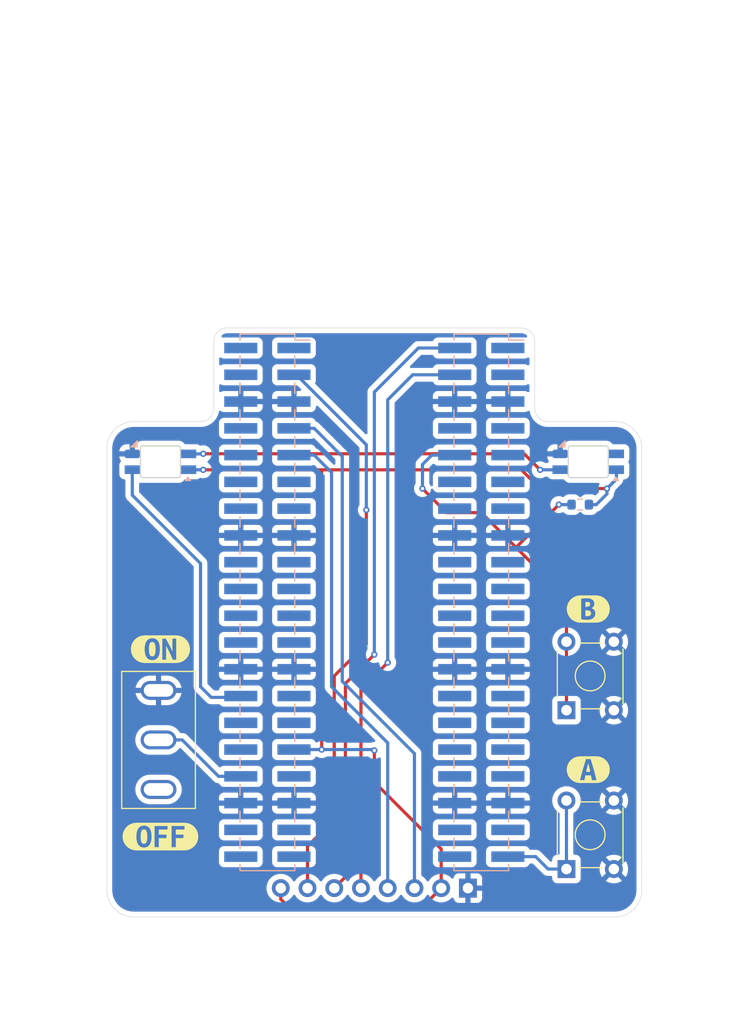
<source format=kicad_pcb>
(kicad_pcb (version 20240108) (generator "pcbnew") (generator_version "8.0")
  (layers (0 "F.Cu" signal) (31 "B.Cu" signal) (34 "B.Paste" user) (35 "F.Paste" user) (36 "B.SilkS" user "B.Silkscreen") (37 "F.SilkS" user "F.Silkscreen") (38 "B.Mask" user) (39 "F.Mask" user) (44 "Edge.Cuts" user))
  (net 0 "")
  (net 16 "/~VIN_EN")
  (net 17 "/CS")
  (net 35 "/NEOPIXEL")
  (net 36 "/RESET")
  (net 37 "Net-(D1-DOUT)")
  (net 43 "/MOSI")
  (net 49 "/BUT_A")
  (net 55 "/MISO")
  (net 59 "/SCK")
  (net 61 "/D{slash}C")
  (net 62 "/BUT_B")
  (net 65 "GND")
  (net 66 "+3.3V")
  (footprint "kibuzzard-67F03336" (layer "F.Cu") (at 172.72 115.57)
    (property "Reference" "kibuzzard-67F03336" (hide yes))
    (property "Value" "G***" (hide yes))
    (fp_poly (pts (xy -0.003231 -0.612278) (xy -0.063005 -0.397415) (xy -0.114701 -0.197092) (xy -0.159935 0.001616) (xy -0.200323 0.208401) (xy 0.19063 0.208401) (xy 0.151858 0.001616) (xy 0.108239 -0.197092) (xy 0.056543 -0.397415) (xy -0.003231 -0.612278)) (fill solid) (layer "F.SilkS"))
    (fp_poly (pts (xy -0.778675 -1.269251) (xy -0.778945 -1.269251) (xy -1.026563 -1.244863) (xy -1.264666 -1.172635) (xy -1.484103 -1.055344) (xy -1.676441 -0.897496) (xy -1.834289 -0.705158) (xy -1.95158 -0.485722) (xy -2.023808 -0.247619) (xy -2.048196 0) (xy -2.023808 0.247619) (xy -1.95158 0.485722) (xy -1.834289 0.705158) (xy -1.676441 0.897496) (xy -1.484103 1.055344) (xy -1.264666 1.172635) (xy -1.026563 1.244863) (xy -0.778945 1.269251) (xy -0.778675 1.269251) (xy 0.352181 1.269251) (xy 0.352181 1) (xy 0.258481 0.537964) (xy -0.274637 0.537964) (xy -0.365105 1) (xy -0.778675 1) (xy -0.72168 0.76769) (xy -0.664427 0.54378) (xy -0.606914 0.328271) (xy -0.549144 0.121163) (xy -0.491115 -0.077544) (xy -0.419023 -0.317548) (xy -0.348142 -0.551292) (xy -0.278473 -0.778776) (xy -0.210016 -1) (xy 0.22294 -1) (xy 0.293922 -0.776959) (xy 0.364701 -0.547254) (xy 0.435279 -0.310884) (xy 0.505654 -0.067851) (xy 0.561551 0.132536) (xy 0.616801 0.339515) (xy 0.671405 0.553086) (xy 0.725363 0.773247) (xy 0.778675 1) (xy 0.352181 1) (xy 0.352181 1.269251) (xy 0.778675 1.269251) (xy 0.778945 1.269251) (xy 1.026563 1.244863) (xy 1.264666 1.172635) (xy 1.484103 1.055344) (xy 1.676441 0.897496) (xy 1.834289 0.705158) (xy 1.95158 0.485722) (xy 2.023808 0.247619) (xy 2.048196 0) (xy 2.023808 -0.247619) (xy 1.95158 -0.485722) (xy 1.834289 -0.705158) (xy 1.676441 -0.897496) (xy 1.484103 -1.055344) (xy 1.264666 -1.172635) (xy 1.026563 -1.244863) (xy 0.778945 -1.269251) (xy 0.778675 -1.269251) (xy -0.778675 -1.269251)) (fill solid) (layer "F.SilkS"))
  )
  (footprint "Button_Switch_THT:SW_TH_Tactile_Omron_B3F-10xx" (layer "F.Cu") (at 170.65 109.93 90)
    (property "Reference" "SW2" (hide yes))
    (property "Value" "SW_SPST" (hide yes))
    (fp_line (start 1.2 -0.87) (end 5.6 -0.87) (stroke (width 0.12)) (layer "F.SilkS"))
    (fp_line (start 6.37 1.2) (end 6.37 3.4) (stroke (width 0.12)) (layer "F.SilkS"))
    (fp_line (start 0.13 3.4) (end 0.13 1.2) (stroke (width 0.12)) (layer "F.SilkS"))
    (fp_line (start 0.6 5.37) (end 5.8 5.37) (stroke (width 0.12)) (layer "F.SilkS"))
    (fp_circle (center 3.25 2.25) (end 4.25 3.25) (stroke (width 0.12)) (fill none) (layer "F.SilkS"))
    (pad "1" thru_hole rect (at 0 0 90) (size 1.7 1.7) (drill 1) (layers "*.Cu" "*.Mask") (net 62 "/BUT_B"))
    (pad "1" thru_hole circle (at 6.5 0 90) (size 1.7 1.7) (drill 1) (layers "*.Cu" "*.Mask") (net 62 "/BUT_B"))
    (pad "2" thru_hole circle (at 0 4.5 90) (size 1.7 1.7) (drill 1) (layers "*.Cu" "*.Mask") (net 65 "GND"))
    (pad "2" thru_hole circle (at 6.5 4.5 90) (size 1.7 1.7) (drill 1) (layers "*.Cu" "*.Mask") (net 65 "GND"))
  )
  (footprint "kibuzzard-67F03342" (layer "F.Cu") (at 172.72 100.33)
    (property "Reference" "kibuzzard-67F03342" (hide yes))
    (property "Value" "G***" (hide yes))
    (fp_poly (pts (xy -0.273021 0.122779) (xy -0.273021 0.66559) (xy -0.180937 0.675283) (xy -0.082391 0.678514) (xy 0.050081 0.667205) (xy 0.164782 0.625202) (xy 0.247173 0.537964) (xy 0.279483 0.394184) (xy 0.187399 0.185784) (xy -0.059774 0.122779) (xy -0.273021 0.122779)) (fill solid) (layer "F.SilkS"))
    (fp_poly (pts (xy -0.117932 -0.206785) (xy 0.11147 -0.273021) (xy 0.189015 -0.455574) (xy 0.166397 -0.570275) (xy 0.105008 -0.638126) (xy 0.01454 -0.670436) (xy -0.092084 -0.678514) (xy -0.185784 -0.675283) (xy -0.273021 -0.66559) (xy -0.273021 -0.206785) (xy -0.117932 -0.206785)) (fill solid) (layer "F.SilkS"))
    (fp_poly (pts (xy -0.749731 -1.293484) (xy -0.75 -1.293484) (xy -1.002346 -1.26863) (xy -1.244995 -1.195023) (xy -1.468621 -1.075493) (xy -1.664631 -0.914631) (xy -1.825493 -0.718621) (xy -1.945023 -0.494995) (xy -2.01863 -0.252346) (xy -2.043484 0) (xy -2.01863 0.252346) (xy -1.945023 0.494995) (xy -1.825493 0.718621) (xy -1.664631 0.914631) (xy -1.468621 1.075493) (xy -1.244995 1.195023) (xy -1.002346 1.26863) (xy -0.75 1.293484) (xy -0.749731 1.293484) (xy -0.114701 1.293484) (xy -0.114701 1.024233) (xy -0.249596 1.020598) (xy -0.389338 1.009693) (xy -0.530695 0.991519) (xy -0.670436 0.966074) (xy -0.670436 -0.975767) (xy -0.421648 -1.009693) (xy -0.153473 -1.024233) (xy 0.051696 -1.01252) (xy 0.214863 -0.977383) (xy 0.437803 -0.854604) (xy 0.547658 -0.684976) (xy 0.576737 -0.497577) (xy 0.55937 -0.363489) (xy 0.50727 -0.245557) (xy 0.321486 -0.071082) (xy 0.492326 0.016155) (xy 0.597738 0.129241) (xy 0.652262 0.258481) (xy 0.670436 0.394184) (xy 0.655089 0.560178) (xy 0.609047 0.696284) (xy 0.442649 0.890145) (xy 0.327948 0.952342) (xy 0.193861 0.993538) (xy 0.04483 1.016559) (xy -0.114701 1.024233) (xy -0.114701 1.293484) (xy 0.749731 1.293484) (xy 0.75 1.293484) (xy 1.002346 1.26863) (xy 1.244995 1.195023) (xy 1.468621 1.075493) (xy 1.664631 0.914631) (xy 1.825493 0.718621) (xy 1.945023 0.494995) (xy 2.01863 0.252346) (xy 2.043484 0) (xy 2.01863 -0.252346) (xy 1.945023 -0.494995) (xy 1.825493 -0.718621) (xy 1.664631 -0.914631) (xy 1.468621 -1.075493) (xy 1.244995 -1.195023) (xy 1.002346 -1.26863) (xy 0.75 -1.293484) (xy 0.749731 -1.293484) (xy -0.749731 -1.293484)) (fill solid) (layer "F.SilkS"))
  )
  (footprint "kibuzzard-67F0329B" (layer "F.Cu") (at 132.08 121.92)
    (property "Reference" "kibuzzard-67F0329B" (hide yes))
    (property "Value" "G***" (hide yes))
    (fp_poly (pts (xy -1.882068 0) (xy -1.879241 0.140953) (xy -1.870759 0.273021) (xy -1.825525 0.494346) (xy -1.73021 0.642973) (xy -1.565428 0.6979) (xy -1.402262 0.642973) (xy -1.305331 0.49273) (xy -1.260097 0.271405) (xy -1.251616 0.140549) (xy -1.248788 0) (xy -1.251616 -0.140953) (xy -1.260097 -0.273021) (xy -1.305331 -0.494346) (xy -1.400646 -0.642973) (xy -1.565428 -0.6979) (xy -1.73021 -0.642973) (xy -1.825525 -0.49273) (xy -1.870759 -0.271405) (xy -1.879241 -0.140549) (xy -1.882068 0)) (fill solid) (layer "F.SilkS"))
    (fp_poly (pts (xy -2.285945 -1.31287) (xy -2.286214 -1.31287) (xy -2.542343 -1.287644) (xy -2.788628 -1.212934) (xy -3.015606 -1.091612) (xy -3.214554 -0.928339) (xy -3.377826 -0.729392) (xy -3.499148 -0.502414) (xy -3.573858 -0.256128) (xy -3.599085 0) (xy -3.573858 0.256128) (xy -3.499148 0.502414) (xy -3.377826 0.729392) (xy -3.214554 0.928339) (xy -3.015606 1.091612) (xy -2.788628 1.212934) (xy -2.542343 1.287644) (xy -2.286214 1.31287) (xy -2.285945 1.31287) (xy -1.562197 1.31287) (xy -1.562197 1.043619) (xy -1.778496 1.01436) (xy -1.957817 0.926584) (xy -2.100162 0.780291) (xy -2.181442 0.632775) (xy -2.239499 0.453554) (xy -2.274334 0.242629) (xy -2.285945 0) (xy -2.274031 -0.242629) (xy -2.238288 -0.453554) (xy -2.178716 -0.632775) (xy -2.095315 -0.780291) (xy -1.951714 -0.926584) (xy -1.775085 -1.01436) (xy -1.565428 -1.043619) (xy -1.349309 -1.01436) (xy -1.170526 -0.926584) (xy -1.029079 -0.780291) (xy -0.948506 -0.632775) (xy -0.890953 -0.453554) (xy -0.856422 -0.242629) (xy -0.844911 0) (xy -0.856624 0.242629) (xy -0.891761 0.453554) (xy -0.950323 0.632775) (xy -1.03231 0.780291) (xy -1.174475 0.926584) (xy -1.351104 1.01436) (xy -1.562197 1.043619) (xy -1.562197 1.31287) (xy -0.55412 1.31287) (xy -0.55412 1.001616) (xy -0.55412 -0.998384) (xy 0.670436 -0.998384) (xy 0.670436 -0.668821) (xy -0.156704 -0.668821) (xy -0.156704 -0.184168) (xy 0.567044 -0.184168) (xy 0.567044 0.145396) (xy -0.156704 0.145396) (xy -0.156704 1.001616) (xy -0.55412 1.001616) (xy -0.55412 1.31287) (xy 1.061389 1.31287) (xy 1.061389 1.001616) (xy 1.061389 -0.998384) (xy 2.285945 -0.998384) (xy 2.285945 -0.668821) (xy 1.458805 -0.668821) (xy 1.458805 -0.184168) (xy 2.182553 -0.184168) (xy 2.182553 0.145396) (xy 1.458805 0.145396) (xy 1.458805 1.001616) (xy 1.061389 1.001616) (xy 1.061389 1.31287) (xy 2.285945 1.31287) (xy 2.286214 1.31287) (xy 2.542343 1.287644) (xy 2.788628 1.212934) (xy 3.015606 1.091612) (xy 3.214554 0.928339) (xy 3.377826 0.729392) (xy 3.499148 0.502414) (xy 3.573858 0.256128) (xy 3.599085 0) (xy 3.573858 -0.256128) (xy 3.499148 -0.502414) (xy 3.377826 -0.729392) (xy 3.214554 -0.928339) (xy 3.015606 -1.091612) (xy 2.788628 -1.212934) (xy 2.542343 -1.287644) (xy 2.286214 -1.31287) (xy 2.285945 -1.31287) (xy -2.285945 -1.31287)) (fill solid) (layer "F.SilkS"))
  )
  (footprint "shurik-personal:TFT_135x240_1_14in" (layer "F.Cu") (at 152.4 128.25 180)
    (property "Reference" "U1" (hide yes))
    (property "Value" "ST7789-TFT" (hide yes))
    (pad "1" thru_hole rect (at -8.89 1.44 180) (size 1.7 1.8) (drill 1) (layers "*.Cu" "*.Mask") (net 65 "GND"))
    (pad "2" thru_hole circle (at -6.35 1.44 180) (size 1.7 1.7) (drill 1) (layers "*.Cu" "*.Mask") (net 66 "+3.3V"))
    (pad "3" thru_hole circle (at -3.81 1.44 180) (size 1.7 1.7) (drill 1) (layers "*.Cu" "*.Mask") (net 59 "/SCK"))
    (pad "4" thru_hole circle (at -1.27 1.44 180) (size 1.7 1.7) (drill 1) (layers "*.Cu" "*.Mask") (net 43 "/MOSI"))
    (pad "5" thru_hole circle (at 1.27 1.44 180) (size 1.7 1.7) (drill 1) (layers "*.Cu" "*.Mask") (net 36 "/RESET"))
    (pad "6" thru_hole circle (at 3.81 1.44 180) (size 1.7 1.7) (drill 1) (layers "*.Cu" "*.Mask") (net 61 "/D{slash}C"))
    (pad "7" thru_hole circle (at 6.35 1.44 180) (size 1.7 1.7) (drill 1) (layers "*.Cu" "*.Mask") (net 17 "/CS"))
    (pad "8" thru_hole circle (at 8.89 1.44 180) (size 1.7 1.7) (drill 1) (layers "*.Cu" "*.Mask") (net 66 "+3.3V"))
  )
  (footprint "Button_Switch_THT:SW_TH_Tactile_Omron_B3F-10xx" (layer "F.Cu") (at 170.65 125 90)
    (property "Reference" "SW1" (hide yes))
    (property "Value" "SW_SPST" (hide yes))
    (fp_line (start 1.2 -0.87) (end 5.6 -0.87) (stroke (width 0.12)) (layer "F.SilkS"))
    (fp_line (start 6.37 1.2) (end 6.37 3.4) (stroke (width 0.12)) (layer "F.SilkS"))
    (fp_line (start 0.13 3.4) (end 0.13 1.2) (stroke (width 0.12)) (layer "F.SilkS"))
    (fp_line (start 0.6 5.37) (end 5.8 5.37) (stroke (width 0.12)) (layer "F.SilkS"))
    (fp_circle (center 3.25 2.25) (end 4.25 3.25) (stroke (width 0.12)) (fill none) (layer "F.SilkS"))
    (pad "1" thru_hole rect (at 0 0 90) (size 1.7 1.7) (drill 1) (layers "*.Cu" "*.Mask") (net 49 "/BUT_A"))
    (pad "1" thru_hole circle (at 6.5 0 90) (size 1.7 1.7) (drill 1) (layers "*.Cu" "*.Mask") (net 49 "/BUT_A"))
    (pad "2" thru_hole circle (at 0 4.5 90) (size 1.7 1.7) (drill 1) (layers "*.Cu" "*.Mask") (net 65 "GND"))
    (pad "2" thru_hole circle (at 6.5 4.5 90) (size 1.7 1.7) (drill 1) (layers "*.Cu" "*.Mask") (net 65 "GND"))
  )
  (footprint "kibuzzard-67F032A5" (layer "F.Cu") (at 132.08 104.14)
    (property "Reference" "kibuzzard-67F032A5" (hide yes))
    (property "Value" "G***" (hide yes))
    (fp_poly (pts (xy -1.0937 0) (xy -1.090872 0.140953) (xy -1.082391 0.273021) (xy -1.037157 0.494346) (xy -0.941842 0.642973) (xy -0.77706 0.6979) (xy -0.613893 0.642973) (xy -0.516963 0.49273) (xy -0.471729 0.271405) (xy -0.463247 0.140549) (xy -0.46042 0) (xy -0.463247 -0.140953) (xy -0.471729 -0.273021) (xy -0.516963 -0.494346) (xy -0.612278 -0.642973) (xy -0.77706 -0.6979) (xy -0.941842 -0.642973) (xy -1.037157 -0.49273) (xy -1.082391 -0.271405) (xy -1.090872 -0.140549) (xy -1.0937 0)) (fill solid) (layer "F.SilkS"))
    (fp_poly (pts (xy -1.497577 -1.31287) (xy -1.497846 -1.31287) (xy -1.753974 -1.287644) (xy -2.00026 -1.212934) (xy -2.227238 -1.091612) (xy -2.426185 -0.928339) (xy -2.589458 -0.729392) (xy -2.71078 -0.502414) (xy -2.78549 -0.256128) (xy -2.810716 0) (xy -2.78549 0.256128) (xy -2.71078 0.502414) (xy -2.589458 0.729392) (xy -2.426185 0.928339) (xy -2.227238 1.091612) (xy -2.00026 1.212934) (xy -1.753974 1.287644) (xy -1.497846 1.31287) (xy -1.497577 1.31287) (xy -0.773829 1.31287) (xy -0.773829 1.043619) (xy -0.990127 1.01436) (xy -1.169449 0.926584) (xy -1.311793 0.780291) (xy -1.393074 0.632775) (xy -1.451131 0.453554) (xy -1.485965 0.242629) (xy -1.497577 0) (xy -1.485662 -0.242629) (xy -1.449919 -0.453554) (xy -1.390347 -0.632775) (xy -1.306947 -0.780291) (xy -1.163346 -0.926584) (xy -0.986717 -1.01436) (xy -0.77706 -1.043619) (xy -0.560941 -1.01436) (xy -0.382158 -0.926584) (xy -0.240711 -0.780291) (xy -0.160137 -0.632775) (xy -0.102585 -0.453554) (xy -0.068053 -0.242629) (xy -0.056543 0) (xy -0.068255 0.242629) (xy -0.103393 0.453554) (xy -0.161955 0.632775) (xy -0.243942 0.780291) (xy -0.386107 0.926584) (xy -0.562736 1.01436) (xy -0.773829 1.043619) (xy -0.773829 1.31287) (xy 1.177706 1.31287) (xy 1.177706 1.001616) (xy 1.084545 0.779932) (xy 0.985999 0.558607) (xy 0.882068 0.337641) (xy 0.772752 0.116676) (xy 0.658051 -0.104649) (xy 0.537964 -0.326333) (xy 0.537964 1.001616) (xy 0.179321 1.001616) (xy 0.179321 -0.998384) (xy 0.499192 -0.998384) (xy 0.589661 -0.850162) (xy 0.680129 -0.689822) (xy 0.769386 -0.523829) (xy 0.85622 -0.358643) (xy 0.938611 -0.196284) (xy 1.01454 -0.038772) (xy 1.081987 0.106624) (xy 1.138934 0.232633) (xy 1.138934 -0.998384) (xy 1.497577 -0.998384) (xy 1.497577 1.001616) (xy 1.177706 1.001616) (xy 1.177706 1.31287) (xy 1.497577 1.31287) (xy 1.497846 1.31287) (xy 1.753974 1.287644) (xy 2.00026 1.212934) (xy 2.227238 1.091612) (xy 2.426185 0.928339) (xy 2.589458 0.729392) (xy 2.71078 0.502414) (xy 2.78549 0.256128) (xy 2.810716 0) (xy 2.78549 -0.256128) (xy 2.71078 -0.502414) (xy 2.589458 -0.729392) (xy 2.426185 -0.928339) (xy 2.227238 -1.091612) (xy 2.00026 -1.212934) (xy 1.753974 -1.287644) (xy 1.497846 -1.31287) (xy 1.497577 -1.31287) (xy -1.497577 -1.31287)) (fill solid) (layer "F.SilkS"))
  )
  (footprint "shurik-personal:SW_XKB_SS12D10L3" (layer "F.Cu") (at 131.9 112.75 90)
    (property "Reference" "SW3" (hide yes))
    (property "Value" "SW_SPDT" (hide yes))
    (fp_line (start 6.5 -3.5) (end 6.5 3.5) (stroke (width 0.12)) (layer "F.SilkS"))
    (fp_line (start -6.5 -3.5) (end 6.5 -3.5) (stroke (width 0.12)) (layer "F.SilkS"))
    (fp_line (start 6.5 3.5) (end -6.5 3.5) (stroke (width 0.12)) (layer "F.SilkS"))
    (fp_line (start -6.5 3.5) (end -6.5 -3.5) (stroke (width 0.12)) (layer "F.SilkS"))
    (pad "1" thru_hole oval (at -4.7 0 90) (size 1.8 3.4) (drill oval 1.2 2.8) (layers "*.Cu" "*.Mask"))
    (pad "2" thru_hole oval (at 0 0 90) (size 1.8 3.4) (drill oval 1.2 2.8) (layers "*.Cu" "*.Mask") (net 16 "/~VIN_EN"))
    (pad "3" thru_hole oval (at 4.7 0 90) (size 1.8 3.4) (drill oval 1.2 2.8) (layers "*.Cu" "*.Mask") (net 65 "GND"))
  )
  (footprint "shurik-personal:SK6812-MINI-E" (layer "B.Cu") (at 132.08 86.36 180)
    (property "Reference" "D1" (hide yes))
    (property "Value" "SK6812MINI-E" (hide yes))
    (fp_poly (pts (xy 2.8 1.4) (xy 2.2 1.4) (xy 2.2 2)) (stroke (width 0.1)) (fill solid) (layer "B.SilkS"))
    (fp_poly (pts (xy -2.62 -1.448) (xy -2.38 -1.778) (xy -2.86 -1.778) (xy -2.62 -1.448)) (stroke (width 0.12)) (fill solid) (layer "B.SilkS"))
    (fp_line (start 1.9 -1.3) (end 1.9 1.3) (stroke (width 0.12)) (layer "Edge.Cuts"))
    (fp_line (start 1.7 1.5) (end -1.7 1.5) (stroke (width 0.12)) (layer "Edge.Cuts"))
    (fp_line (start -1.7 -1.5) (end 1.7 -1.5) (stroke (width 0.12)) (layer "Edge.Cuts"))
    (fp_line (start -1.9 1.3) (end -1.9 -1.3) (stroke (width 0.12)) (layer "Edge.Cuts"))
    (fp_arc (start 1.9 1.3) (mid 1.841421 1.441421) (end 1.7 1.5) (stroke (width 0.12)) (layer "Edge.Cuts"))
    (fp_arc (start 1.7 -1.5) (mid 1.841421 -1.441421) (end 1.9 -1.3) (stroke (width 0.12)) (layer "Edge.Cuts"))
    (fp_arc (start -1.7 1.5) (mid -1.841421 1.441421) (end -1.9 1.3) (stroke (width 0.12)) (layer "Edge.Cuts"))
    (fp_arc (start -1.9 -1.3) (mid -1.841421 -1.441421) (end -1.7 -1.5) (stroke (width 0.12)) (layer "Edge.Cuts"))
    (pad "1" smd rect (at -2.675 -0.75 180) (size 1.45 0.82) (layers "B.Cu" "B.Paste" "B.Mask") (net 66 "+3.3V"))
    (pad "2" smd rect (at -2.675 0.75 180) (size 1.45 0.82) (layers "B.Cu" "B.Paste" "B.Mask") (net 37 "Net-(D1-DOUT)"))
    (pad "3" smd roundrect (at 2.675 0.75 180) (size 1.45 0.82) (layers "B.Cu" "B.Paste" "B.Mask") (net 65 "GND"))
    (pad "4" smd rect (at 2.675 -0.75 180) (size 1.45 0.82) (layers "B.Cu" "B.Paste" "B.Mask") (net 35 "/NEOPIXEL"))
  )
  (footprint "Resistor_SMD:R_0603_1608Metric" (layer "B.Cu") (at 171.958 90.424 180)
    (property "Reference" "R1" (hide yes))
    (property "Value" "33k" (hide yes))
    (fp_line (start 0.237258 0.5225) (end -0.237258 0.5225) (stroke (width 0.12)) (layer "B.SilkS"))
    (fp_line (start 0.237258 -0.5225) (end -0.237258 -0.5225) (stroke (width 0.12)) (layer "B.SilkS"))
    (pad "1" smd roundrect (at -0.825 0 180) (size 0.8 0.95) (layers "B.Cu" "B.Paste" "B.Mask") (net 66 "+3.3V"))
    (pad "2" smd roundrect (at 0.825 0 180) (size 0.8 0.95) (layers "B.Cu" "B.Paste" "B.Mask") (net 62 "/BUT_B"))
  )
  (footprint "shurik-personal:SK6812-MINI-E" (layer "B.Cu") (at 172.72 86.36 180)
    (property "Reference" "D2" (hide yes))
    (property "Value" "SK6812MINI-E" (hide yes))
    (fp_poly (pts (xy 2.8 1.4) (xy 2.2 1.4) (xy 2.2 2)) (stroke (width 0.1)) (fill solid) (layer "B.SilkS"))
    (fp_poly (pts (xy -2.62 -1.448) (xy -2.38 -1.778) (xy -2.86 -1.778) (xy -2.62 -1.448)) (stroke (width 0.12)) (fill solid) (layer "B.SilkS"))
    (fp_line (start 1.9 -1.3) (end 1.9 1.3) (stroke (width 0.12)) (layer "Edge.Cuts"))
    (fp_line (start 1.7 1.5) (end -1.7 1.5) (stroke (width 0.12)) (layer "Edge.Cuts"))
    (fp_line (start -1.7 -1.5) (end 1.7 -1.5) (stroke (width 0.12)) (layer "Edge.Cuts"))
    (fp_line (start -1.9 1.3) (end -1.9 -1.3) (stroke (width 0.12)) (layer "Edge.Cuts"))
    (fp_arc (start 1.9 1.3) (mid 1.841421 1.441421) (end 1.7 1.5) (stroke (width 0.12)) (layer "Edge.Cuts"))
    (fp_arc (start 1.7 -1.5) (mid 1.841421 -1.441421) (end 1.9 -1.3) (stroke (width 0.12)) (layer "Edge.Cuts"))
    (fp_arc (start -1.7 1.5) (mid -1.841421 1.441421) (end -1.9 1.3) (stroke (width 0.12)) (layer "Edge.Cuts"))
    (fp_arc (start -1.9 -1.3) (mid -1.841421 -1.441421) (end -1.7 -1.5) (stroke (width 0.12)) (layer "Edge.Cuts"))
    (pad "1" smd rect (at -2.675 -0.75 180) (size 1.45 0.82) (layers "B.Cu" "B.Paste" "B.Mask") (net 66 "+3.3V"))
    (pad "2" smd rect (at -2.675 0.75 180) (size 1.45 0.82) (layers "B.Cu" "B.Paste" "B.Mask"))
    (pad "3" smd roundrect (at 2.675 0.75 180) (size 1.45 0.82) (layers "B.Cu" "B.Paste" "B.Mask") (net 65 "GND"))
    (pad "4" smd rect (at 2.675 -0.75 180) (size 1.45 0.82) (layers "B.Cu" "B.Paste" "B.Mask") (net 37 "Net-(D1-DOUT)"))
  )
  (footprint "Connector_PinHeader_2.54mm:PinHeader_2x20_P2.54mm_Vertical_SMD" (layer "B.Cu") (at 162.56 99.695 180)
    (property "Reference" "J2" (hide yes))
    (property "Value" "Conn_02x20_Odd_Even" (hide yes))
    (fp_line (start 2.6 25.46) (end -2.6 25.46) (stroke (width 0.12)) (layer "B.SilkS"))
    (fp_line (start 2.6 24.89) (end 2.6 25.46) (stroke (width 0.12)) (layer "B.SilkS"))
    (fp_line (start 2.6 22.35) (end 2.6 23.37) (stroke (width 0.12)) (layer "B.SilkS"))
    (fp_line (start 2.6 19.81) (end 2.6 20.83) (stroke (width 0.12)) (layer "B.SilkS"))
    (fp_line (start 2.6 17.27) (end 2.6 18.29) (stroke (width 0.12)) (layer "B.SilkS"))
    (fp_line (start 2.6 14.73) (end 2.6 15.75) (stroke (width 0.12)) (layer "B.SilkS"))
    (fp_line (start 2.6 12.19) (end 2.6 13.21) (stroke (width 0.12)) (layer "B.SilkS"))
    (fp_line (start 2.6 9.65) (end 2.6 10.67) (stroke (width 0.12)) (layer "B.SilkS"))
    (fp_line (start 2.6 7.11) (end 2.6 8.13) (stroke (width 0.12)) (layer "B.SilkS"))
    (fp_line (start 2.6 4.57) (end 2.6 5.59) (stroke (width 0.12)) (layer "B.SilkS"))
    (fp_line (start 2.6 2.03) (end 2.6 3.05) (stroke (width 0.12)) (layer "B.SilkS"))
    (fp_line (start 2.6 -0.51) (end 2.6 0.51) (stroke (width 0.12)) (layer "B.SilkS"))
    (fp_line (start 2.6 -3.05) (end 2.6 -2.03) (stroke (width 0.12)) (layer "B.SilkS"))
    (fp_line (start 2.6 -5.59) (end 2.6 -4.57) (stroke (width 0.12)) (layer "B.SilkS"))
    (fp_line (start 2.6 -8.13) (end 2.6 -7.11) (stroke (width 0.12)) (layer "B.SilkS"))
    (fp_line (start 2.6 -10.67) (end 2.6 -9.65) (stroke (width 0.12)) (layer "B.SilkS"))
    (fp_line (start 2.6 -13.21) (end 2.6 -12.19) (stroke (width 0.12)) (layer "B.SilkS"))
    (fp_line (start 2.6 -15.75) (end 2.6 -14.73) (stroke (width 0.12)) (layer "B.SilkS"))
    (fp_line (start 2.6 -18.29) (end 2.6 -17.27) (stroke (width 0.12)) (layer "B.SilkS"))
    (fp_line (start 2.6 -20.83) (end 2.6 -19.81) (stroke (width 0.12)) (layer "B.SilkS"))
    (fp_line (start 2.6 -23.37) (end 2.6 -22.35) (stroke (width 0.12)) (layer "B.SilkS"))
    (fp_line (start 2.6 -25.46) (end 2.6 -24.89) (stroke (width 0.12)) (layer "B.SilkS"))
    (fp_line (start 2.6 -25.46) (end -2.6 -25.46) (stroke (width 0.12)) (layer "B.SilkS"))
    (fp_line (start -2.6 24.89) (end -2.6 25.46) (stroke (width 0.12)) (layer "B.SilkS"))
    (fp_line (start -2.6 24.89) (end -4.04 24.89) (stroke (width 0.12)) (layer "B.SilkS"))
    (fp_line (start -2.6 22.35) (end -2.6 23.37) (stroke (width 0.12)) (layer "B.SilkS"))
    (fp_line (start -2.6 19.81) (end -2.6 20.83) (stroke (width 0.12)) (layer "B.SilkS"))
    (fp_line (start -2.6 17.27) (end -2.6 18.29) (stroke (width 0.12)) (layer "B.SilkS"))
    (fp_line (start -2.6 14.73) (end -2.6 15.75) (stroke (width 0.12)) (layer "B.SilkS"))
    (fp_line (start -2.6 12.19) (end -2.6 13.21) (stroke (width 0.12)) (layer "B.SilkS"))
    (fp_line (start -2.6 9.65) (end -2.6 10.67) (stroke (width 0.12)) (layer "B.SilkS"))
    (fp_line (start -2.6 7.11) (end -2.6 8.13) (stroke (width 0.12)) (layer "B.SilkS"))
    (fp_line (start -2.6 4.57) (end -2.6 5.59) (stroke (width 0.12)) (layer "B.SilkS"))
    (fp_line (start -2.6 2.03) (end -2.6 3.05) (stroke (width 0.12)) (layer "B.SilkS"))
    (fp_line (start -2.6 -0.51) (end -2.6 0.51) (stroke (width 0.12)) (layer "B.SilkS"))
    (fp_line (start -2.6 -3.05) (end -2.6 -2.03) (stroke (width 0.12)) (layer "B.SilkS"))
    (fp_line (start -2.6 -5.59) (end -2.6 -4.57) (stroke (width 0.12)) (layer "B.SilkS"))
    (fp_line (start -2.6 -8.13) (end -2.6 -7.11) (stroke (width 0.12)) (layer "B.SilkS"))
    (fp_line (start -2.6 -10.67) (end -2.6 -9.65) (stroke (width 0.12)) (layer "B.SilkS"))
    (fp_line (start -2.6 -13.21) (end -2.6 -12.19) (stroke (width 0.12)) (layer "B.SilkS"))
    (fp_line (start -2.6 -15.75) (end -2.6 -14.73) (stroke (width 0.12)) (layer "B.SilkS"))
    (fp_line (start -2.6 -18.29) (end -2.6 -17.27) (stroke (width 0.12)) (layer "B.SilkS"))
    (fp_line (start -2.6 -20.83) (end -2.6 -19.81) (stroke (width 0.12)) (layer "B.SilkS"))
    (fp_line (start -2.6 -23.37) (end -2.6 -22.35) (stroke (width 0.12)) (layer "B.SilkS"))
    (fp_line (start -2.6 -25.46) (end -2.6 -24.89) (stroke (width 0.12)) (layer "B.SilkS"))
    (pad "1" smd rect (at -2.525 24.13 180) (size 3.15 1) (layers "B.Cu" "B.Paste" "B.Mask"))
    (pad "2" smd rect (at 2.525 24.13 180) (size 3.15 1) (layers "B.Cu" "B.Paste" "B.Mask") (net 61 "/D{slash}C"))
    (pad "3" smd rect (at -2.525 21.59 180) (size 3.15 1) (layers "B.Cu" "B.Paste" "B.Mask"))
    (pad "4" smd rect (at 2.525 21.59 180) (size 3.15 1) (layers "B.Cu" "B.Paste" "B.Mask") (net 36 "/RESET"))
    (pad "5" smd rect (at -2.525 19.05 180) (size 3.15 1) (layers "B.Cu" "B.Paste" "B.Mask") (net 65 "GND"))
    (pad "6" smd rect (at 2.525 19.05 180) (size 3.15 1) (layers "B.Cu" "B.Paste" "B.Mask") (net 65 "GND"))
    (pad "7" smd rect (at -2.525 16.51 180) (size 3.15 1) (layers "B.Cu" "B.Paste" "B.Mask"))
    (pad "8" smd rect (at 2.525 16.51 180) (size 3.15 1) (layers "B.Cu" "B.Paste" "B.Mask"))
    (pad "9" smd rect (at -2.525 13.97 180) (size 3.15 1) (layers "B.Cu" "B.Paste" "B.Mask"))
    (pad "10" smd rect (at 2.525 13.97 180) (size 3.15 1) (layers "B.Cu" "B.Paste" "B.Mask") (net 62 "/BUT_B"))
    (pad "11" smd rect (at -2.525 11.43 180) (size 3.15 1) (layers "B.Cu" "B.Paste" "B.Mask"))
    (pad "12" smd rect (at 2.525 11.43 180) (size 3.15 1) (layers "B.Cu" "B.Paste" "B.Mask"))
    (pad "13" smd rect (at -2.525 8.89 180) (size 3.15 1) (layers "B.Cu" "B.Paste" "B.Mask"))
    (pad "14" smd rect (at 2.525 8.89 180) (size 3.15 1) (layers "B.Cu" "B.Paste" "B.Mask"))
    (pad "15" smd rect (at -2.525 6.35 180) (size 3.15 1) (layers "B.Cu" "B.Paste" "B.Mask") (net 65 "GND"))
    (pad "16" smd rect (at 2.525 6.35 180) (size 3.15 1) (layers "B.Cu" "B.Paste" "B.Mask") (net 65 "GND"))
    (pad "17" smd rect (at -2.525 3.81 180) (size 3.15 1) (layers "B.Cu" "B.Paste" "B.Mask"))
    (pad "18" smd rect (at 2.525 3.81 180) (size 3.15 1) (layers "B.Cu" "B.Paste" "B.Mask"))
    (pad "19" smd rect (at -2.525 1.27 180) (size 3.15 1) (layers "B.Cu" "B.Paste" "B.Mask"))
    (pad "20" smd rect (at 2.525 1.27 180) (size 3.15 1) (layers "B.Cu" "B.Paste" "B.Mask"))
    (pad "21" smd rect (at -2.525 -1.27 180) (size 3.15 1) (layers "B.Cu" "B.Paste" "B.Mask"))
    (pad "22" smd rect (at 2.525 -1.27 180) (size 3.15 1) (layers "B.Cu" "B.Paste" "B.Mask"))
    (pad "23" smd rect (at -2.525 -3.81 180) (size 3.15 1) (layers "B.Cu" "B.Paste" "B.Mask"))
    (pad "24" smd rect (at 2.525 -3.81 180) (size 3.15 1) (layers "B.Cu" "B.Paste" "B.Mask"))
    (pad "25" smd rect (at -2.525 -6.35 180) (size 3.15 1) (layers "B.Cu" "B.Paste" "B.Mask") (net 65 "GND"))
    (pad "26" smd rect (at 2.525 -6.35 180) (size 3.15 1) (layers "B.Cu" "B.Paste" "B.Mask") (net 65 "GND"))
    (pad "27" smd rect (at -2.525 -8.89 180) (size 3.15 1) (layers "B.Cu" "B.Paste" "B.Mask"))
    (pad "28" smd rect (at 2.525 -8.89 180) (size 3.15 1) (layers "B.Cu" "B.Paste" "B.Mask"))
    (pad "29" smd rect (at -2.525 -11.43 180) (size 3.15 1) (layers "B.Cu" "B.Paste" "B.Mask"))
    (pad "30" smd rect (at 2.525 -11.43 180) (size 3.15 1) (layers "B.Cu" "B.Paste" "B.Mask"))
    (pad "31" smd rect (at -2.525 -13.97 180) (size 3.15 1) (layers "B.Cu" "B.Paste" "B.Mask"))
    (pad "32" smd rect (at 2.525 -13.97 180) (size 3.15 1) (layers "B.Cu" "B.Paste" "B.Mask"))
    (pad "33" smd rect (at -2.525 -16.51 180) (size 3.15 1) (layers "B.Cu" "B.Paste" "B.Mask"))
    (pad "34" smd rect (at 2.525 -16.51 180) (size 3.15 1) (layers "B.Cu" "B.Paste" "B.Mask"))
    (pad "35" smd rect (at -2.525 -19.05 180) (size 3.15 1) (layers "B.Cu" "B.Paste" "B.Mask") (net 65 "GND"))
    (pad "36" smd rect (at 2.525 -19.05 180) (size 3.15 1) (layers "B.Cu" "B.Paste" "B.Mask") (net 65 "GND"))
    (pad "37" smd rect (at -2.525 -21.59 180) (size 3.15 1) (layers "B.Cu" "B.Paste" "B.Mask"))
    (pad "38" smd rect (at 2.525 -21.59 180) (size 3.15 1) (layers "B.Cu" "B.Paste" "B.Mask"))
    (pad "39" smd rect (at -2.525 -24.13 180) (size 3.15 1) (layers "B.Cu" "B.Paste" "B.Mask") (net 49 "/BUT_A"))
    (pad "40" smd rect (at 2.525 -24.13 180) (size 3.15 1) (layers "B.Cu" "B.Paste" "B.Mask"))
  )
  (footprint "Connector_PinHeader_2.54mm:PinHeader_2x20_P2.54mm_Vertical_SMD" (layer "B.Cu") (at 142.24 99.695 180)
    (property "Reference" "J1" (hide yes))
    (property "Value" "Conn_02x20_Odd_Even" (hide yes))
    (fp_line (start 2.6 25.46) (end -2.6 25.46) (stroke (width 0.12)) (layer "B.SilkS"))
    (fp_line (start 2.6 24.89) (end 2.6 25.46) (stroke (width 0.12)) (layer "B.SilkS"))
    (fp_line (start 2.6 22.35) (end 2.6 23.37) (stroke (width 0.12)) (layer "B.SilkS"))
    (fp_line (start 2.6 19.81) (end 2.6 20.83) (stroke (width 0.12)) (layer "B.SilkS"))
    (fp_line (start 2.6 17.27) (end 2.6 18.29) (stroke (width 0.12)) (layer "B.SilkS"))
    (fp_line (start 2.6 14.73) (end 2.6 15.75) (stroke (width 0.12)) (layer "B.SilkS"))
    (fp_line (start 2.6 12.19) (end 2.6 13.21) (stroke (width 0.12)) (layer "B.SilkS"))
    (fp_line (start 2.6 9.65) (end 2.6 10.67) (stroke (width 0.12)) (layer "B.SilkS"))
    (fp_line (start 2.6 7.11) (end 2.6 8.13) (stroke (width 0.12)) (layer "B.SilkS"))
    (fp_line (start 2.6 4.57) (end 2.6 5.59) (stroke (width 0.12)) (layer "B.SilkS"))
    (fp_line (start 2.6 2.03) (end 2.6 3.05) (stroke (width 0.12)) (layer "B.SilkS"))
    (fp_line (start 2.6 -0.51) (end 2.6 0.51) (stroke (width 0.12)) (layer "B.SilkS"))
    (fp_line (start 2.6 -3.05) (end 2.6 -2.03) (stroke (width 0.12)) (layer "B.SilkS"))
    (fp_line (start 2.6 -5.59) (end 2.6 -4.57) (stroke (width 0.12)) (layer "B.SilkS"))
    (fp_line (start 2.6 -8.13) (end 2.6 -7.11) (stroke (width 0.12)) (layer "B.SilkS"))
    (fp_line (start 2.6 -10.67) (end 2.6 -9.65) (stroke (width 0.12)) (layer "B.SilkS"))
    (fp_line (start 2.6 -13.21) (end 2.6 -12.19) (stroke (width 0.12)) (layer "B.SilkS"))
    (fp_line (start 2.6 -15.75) (end 2.6 -14.73) (stroke (width 0.12)) (layer "B.SilkS"))
    (fp_line (start 2.6 -18.29) (end 2.6 -17.27) (stroke (width 0.12)) (layer "B.SilkS"))
    (fp_line (start 2.6 -20.83) (end 2.6 -19.81) (stroke (width 0.12)) (layer "B.SilkS"))
    (fp_line (start 2.6 -23.37) (end 2.6 -22.35) (stroke (width 0.12)) (layer "B.SilkS"))
    (fp_line (start 2.6 -25.46) (end 2.6 -24.89) (stroke (width 0.12)) (layer "B.SilkS"))
    (fp_line (start 2.6 -25.46) (end -2.6 -25.46) (stroke (width 0.12)) (layer "B.SilkS"))
    (fp_line (start -2.6 24.89) (end -2.6 25.46) (stroke (width 0.12)) (layer "B.SilkS"))
    (fp_line (start -2.6 24.89) (end -4.04 24.89) (stroke (width 0.12)) (layer "B.SilkS"))
    (fp_line (start -2.6 22.35) (end -2.6 23.37) (stroke (width 0.12)) (layer "B.SilkS"))
    (fp_line (start -2.6 19.81) (end -2.6 20.83) (stroke (width 0.12)) (layer "B.SilkS"))
    (fp_line (start -2.6 17.27) (end -2.6 18.29) (stroke (width 0.12)) (layer "B.SilkS"))
    (fp_line (start -2.6 14.73) (end -2.6 15.75) (stroke (width 0.12)) (layer "B.SilkS"))
    (fp_line (start -2.6 12.19) (end -2.6 13.21) (stroke (width 0.12)) (layer "B.SilkS"))
    (fp_line (start -2.6 9.65) (end -2.6 10.67) (stroke (width 0.12)) (layer "B.SilkS"))
    (fp_line (start -2.6 7.11) (end -2.6 8.13) (stroke (width 0.12)) (layer "B.SilkS"))
    (fp_line (start -2.6 4.57) (end -2.6 5.59) (stroke (width 0.12)) (layer "B.SilkS"))
    (fp_line (start -2.6 2.03) (end -2.6 3.05) (stroke (width 0.12)) (layer "B.SilkS"))
    (fp_line (start -2.6 -0.51) (end -2.6 0.51) (stroke (width 0.12)) (layer "B.SilkS"))
    (fp_line (start -2.6 -3.05) (end -2.6 -2.03) (stroke (width 0.12)) (layer "B.SilkS"))
    (fp_line (start -2.6 -5.59) (end -2.6 -4.57) (stroke (width 0.12)) (layer "B.SilkS"))
    (fp_line (start -2.6 -8.13) (end -2.6 -7.11) (stroke (width 0.12)) (layer "B.SilkS"))
    (fp_line (start -2.6 -10.67) (end -2.6 -9.65) (stroke (width 0.12)) (layer "B.SilkS"))
    (fp_line (start -2.6 -13.21) (end -2.6 -12.19) (stroke (width 0.12)) (layer "B.SilkS"))
    (fp_line (start -2.6 -15.75) (end -2.6 -14.73) (stroke (width 0.12)) (layer "B.SilkS"))
    (fp_line (start -2.6 -18.29) (end -2.6 -17.27) (stroke (width 0.12)) (layer "B.SilkS"))
    (fp_line (start -2.6 -20.83) (end -2.6 -19.81) (stroke (width 0.12)) (layer "B.SilkS"))
    (fp_line (start -2.6 -23.37) (end -2.6 -22.35) (stroke (width 0.12)) (layer "B.SilkS"))
    (fp_line (start -2.6 -25.46) (end -2.6 -24.89) (stroke (width 0.12)) (layer "B.SilkS"))
    (pad "1" smd rect (at -2.525 24.13 180) (size 3.15 1) (layers "B.Cu" "B.Paste" "B.Mask") (net 55 "/MISO"))
    (pad "2" smd rect (at 2.525 24.13 180) (size 3.15 1) (layers "B.Cu" "B.Paste" "B.Mask"))
    (pad "3" smd rect (at -2.525 21.59 180) (size 3.15 1) (layers "B.Cu" "B.Paste" "B.Mask") (net 17 "/CS"))
    (pad "4" smd rect (at 2.525 21.59 180) (size 3.15 1) (layers "B.Cu" "B.Paste" "B.Mask"))
    (pad "5" smd rect (at -2.525 19.05 180) (size 3.15 1) (layers "B.Cu" "B.Paste" "B.Mask") (net 65 "GND"))
    (pad "6" smd rect (at 2.525 19.05 180) (size 3.15 1) (layers "B.Cu" "B.Paste" "B.Mask") (net 65 "GND"))
    (pad "7" smd rect (at -2.525 16.51 180) (size 3.15 1) (layers "B.Cu" "B.Paste" "B.Mask") (net 59 "/SCK"))
    (pad "8" smd rect (at 2.525 16.51 180) (size 3.15 1) (layers "B.Cu" "B.Paste" "B.Mask"))
    (pad "9" smd rect (at -2.525 13.97 180) (size 3.15 1) (layers "B.Cu" "B.Paste" "B.Mask") (net 43 "/MOSI"))
    (pad "10" smd rect (at 2.525 13.97 180) (size 3.15 1) (layers "B.Cu" "B.Paste" "B.Mask"))
    (pad "11" smd rect (at -2.525 11.43 180) (size 3.15 1) (layers "B.Cu" "B.Paste" "B.Mask"))
    (pad "12" smd rect (at 2.525 11.43 180) (size 3.15 1) (layers "B.Cu" "B.Paste" "B.Mask"))
    (pad "13" smd rect (at -2.525 8.89 180) (size 3.15 1) (layers "B.Cu" "B.Paste" "B.Mask"))
    (pad "14" smd rect (at 2.525 8.89 180) (size 3.15 1) (layers "B.Cu" "B.Paste" "B.Mask"))
    (pad "15" smd rect (at -2.525 6.35 180) (size 3.15 1) (layers "B.Cu" "B.Paste" "B.Mask") (net 65 "GND"))
    (pad "16" smd rect (at 2.525 6.35 180) (size 3.15 1) (layers "B.Cu" "B.Paste" "B.Mask") (net 65 "GND"))
    (pad "17" smd rect (at -2.525 3.81 180) (size 3.15 1) (layers "B.Cu" "B.Paste" "B.Mask"))
    (pad "18" smd rect (at 2.525 3.81 180) (size 3.15 1) (layers "B.Cu" "B.Paste" "B.Mask"))
    (pad "19" smd rect (at -2.525 1.27 180) (size 3.15 1) (layers "B.Cu" "B.Paste" "B.Mask"))
    (pad "20" smd rect (at 2.525 1.27 180) (size 3.15 1) (layers "B.Cu" "B.Paste" "B.Mask"))
    (pad "21" smd rect (at -2.525 -1.27 180) (size 3.15 1) (layers "B.Cu" "B.Paste" "B.Mask"))
    (pad "22" smd rect (at 2.525 -1.27 180) (size 3.15 1) (layers "B.Cu" "B.Paste" "B.Mask"))
    (pad "23" smd rect (at -2.525 -3.81 180) (size 3.15 1) (layers "B.Cu" "B.Paste" "B.Mask"))
    (pad "24" smd rect (at 2.525 -3.81 180) (size 3.15 1) (layers "B.Cu" "B.Paste" "B.Mask"))
    (pad "25" smd rect (at -2.525 -6.35 180) (size 3.15 1) (layers "B.Cu" "B.Paste" "B.Mask") (net 65 "GND"))
    (pad "26" smd rect (at 2.525 -6.35 180) (size 3.15 1) (layers "B.Cu" "B.Paste" "B.Mask") (net 65 "GND"))
    (pad "27" smd rect (at -2.525 -8.89 180) (size 3.15 1) (layers "B.Cu" "B.Paste" "B.Mask"))
    (pad "28" smd rect (at 2.525 -8.89 180) (size 3.15 1) (layers "B.Cu" "B.Paste" "B.Mask") (net 35 "/NEOPIXEL"))
    (pad "29" smd rect (at -2.525 -11.43 180) (size 3.15 1) (layers "B.Cu" "B.Paste" "B.Mask"))
    (pad "30" smd rect (at 2.525 -11.43 180) (size 3.15 1) (layers "B.Cu" "B.Paste" "B.Mask"))
    (pad "31" smd rect (at -2.525 -13.97 180) (size 3.15 1) (layers "B.Cu" "B.Paste" "B.Mask") (net 66 "+3.3V"))
    (pad "32" smd rect (at 2.525 -13.97 180) (size 3.15 1) (layers "B.Cu" "B.Paste" "B.Mask"))
    (pad "33" smd rect (at -2.525 -16.51 180) (size 3.15 1) (layers "B.Cu" "B.Paste" "B.Mask"))
    (pad "34" smd rect (at 2.525 -16.51 180) (size 3.15 1) (layers "B.Cu" "B.Paste" "B.Mask") (net 16 "/~VIN_EN"))
    (pad "35" smd rect (at -2.525 -19.05 180) (size 3.15 1) (layers "B.Cu" "B.Paste" "B.Mask") (net 65 "GND"))
    (pad "36" smd rect (at 2.525 -19.05 180) (size 3.15 1) (layers "B.Cu" "B.Paste" "B.Mask") (net 65 "GND"))
    (pad "37" smd rect (at -2.525 -21.59 180) (size 3.15 1) (layers "B.Cu" "B.Paste" "B.Mask"))
    (pad "38" smd rect (at 2.525 -21.59 180) (size 3.15 1) (layers "B.Cu" "B.Paste" "B.Mask"))
    (pad "39" smd rect (at -2.525 -24.13 180) (size 3.15 1) (layers "B.Cu" "B.Paste" "B.Mask"))
    (pad "40" smd rect (at 2.525 -24.13 180) (size 3.15 1) (layers "B.Cu" "B.Paste" "B.Mask"))
  )
  (gr_arc (start 129.54 129.54) (mid 127.743949 128.796051) (end 127 127) (stroke (width 0.05)) (layer "Edge.Cuts"))
  (gr_line (start 129.54 129.54) (end 175.26 129.54) (stroke (width 0.05)) (layer "Edge.Cuts"))
  (gr_line (start 137.16 74.93) (end 137.16 81.28) (stroke (width 0.05)) (layer "Edge.Cuts"))
  (gr_line (start 177.8 127) (end 177.8 85.09) (stroke (width 0.05)) (layer "Edge.Cuts"))
  (gr_line (start 166.37 73.66) (end 138.43 73.66) (stroke (width 0.05)) (layer "Edge.Cuts"))
  (gr_arc (start 166.37 73.66) (mid 167.268026 74.031974) (end 167.64 74.93) (stroke (width 0.05)) (layer "Edge.Cuts"))
  (gr_line (start 175.26 82.55) (end 168.91 82.55) (stroke (width 0.05)) (layer "Edge.Cuts"))
  (gr_arc (start 177.8 127) (mid 177.056051 128.796051) (end 175.26 129.54) (stroke (width 0.05)) (layer "Edge.Cuts"))
  (gr_arc (start 127 85.09) (mid 127.743949 83.293949) (end 129.54 82.55) (stroke (width 0.05)) (layer "Edge.Cuts"))
  (gr_line (start 127 85.09) (end 127 127) (stroke (width 0.05)) (layer "Edge.Cuts"))
  (gr_line (start 167.64 81.28) (end 167.64 74.93) (stroke (width 0.05)) (layer "Edge.Cuts"))
  (gr_arc (start 137.16 81.28) (mid 136.788026 82.178026) (end 135.89 82.55) (stroke (width 0.05)) (layer "Edge.Cuts"))
  (gr_arc (start 168.91 82.55) (mid 168.011974 82.178026) (end 167.64 81.28) (stroke (width 0.05)) (layer "Edge.Cuts"))
  (gr_arc (start 137.16 74.93) (mid 137.531974 74.031974) (end 138.43 73.66) (stroke (width 0.05)) (layer "Edge.Cuts"))
  (gr_line (start 135.89 82.55) (end 129.54 82.55) (stroke (width 0.05)) (layer "Edge.Cuts"))
  (gr_arc (start 175.26 82.55) (mid 177.056051 83.293949) (end 177.8 85.09) (stroke (width 0.05)) (layer "Edge.Cuts"))
  (segment (start 137.605 116.205) (end 134.15 112.75) (width 0.3) (layer "B.Cu") (net 16))
  (segment (start 134.15 112.75) (end 131.9 112.75) (width 0.3) (layer "B.Cu") (net 16))
  (segment (start 139.715 116.205) (end 137.605 116.205) (width 0.3) (layer "B.Cu") (net 16))
  (segment (start 148.59 120.31) (end 146.05 122.85) (width 0.3) (layer "F.Cu") (net 17))
  (segment (start 151.638 90.932) (end 151.638 103.632) (width 0.3) (layer "F.Cu") (net 17))
  (segment (start 151.638 103.632) (end 148.59 106.68) (width 0.3) (layer "F.Cu") (net 17))
  (segment (start 148.59 106.68) (end 148.59 120.31) (width 0.3) (layer "F.Cu") (net 17))
  (segment (start 146.05 122.85) (end 146.05 126.81) (width 0.3) (layer "F.Cu") (net 17))
  (via (at 151.638 90.932) (size 0.6) (drill 0.3) (layers "F.Cu" "B.Cu") (net 17))
  (segment (start 151.638 90.932) (end 151.638 84.743) (width 0.3) (layer "B.Cu") (net 17))
  (segment (start 145 78.105) (end 144.765 78.105) (width 0.3) (layer "B.Cu") (net 17))
  (segment (start 151.638 84.743) (end 145 78.105) (width 0.3) (layer "B.Cu") (net 17))
  (segment (start 135.89 96.012) (end 135.89 107.696) (width 0.3) (layer "B.Cu") (net 35))
  (segment (start 129.405 87.11) (end 129.405 89.527) (width 0.3) (layer "B.Cu") (net 35))
  (segment (start 136.906 108.712) (end 139.588 108.712) (width 0.3) (layer "B.Cu") (net 35))
  (segment (start 129.405 89.527) (end 135.89 96.012) (width 0.3) (layer "B.Cu") (net 35))
  (segment (start 135.89 107.696) (end 136.906 108.712) (width 0.3) (layer "B.Cu") (net 35))
  (segment (start 153.67 105.41) (end 151.13 107.95) (width 0.3) (layer "F.Cu") (net 36))
  (segment (start 151.13 107.95) (end 151.13 126.81) (width 0.3) (layer "F.Cu") (net 36))
  (via (at 153.67 105.41) (size 0.6) (drill 0.3) (layers "F.Cu" "B.Cu") (net 36))
  (segment (start 153.67 105.41) (end 153.67 80.48) (width 0.3) (layer "B.Cu") (net 36))
  (segment (start 156.045 78.105) (end 160.035 78.105) (width 0.3) (layer "B.Cu") (net 36))
  (segment (start 153.67 80.48) (end 156.045 78.105) (width 0.3) (layer "B.Cu") (net 36))
  (segment (start 136.144 85.598) (end 166.624 85.598) (width 0.3) (layer "F.Cu") (net 37))
  (segment (start 166.624 85.598) (end 168.148 87.122) (width 0.3) (layer "F.Cu") (net 37))
  (via (at 136.144 85.598) (size 0.6) (drill 0.3) (layers "F.Cu" "B.Cu") (net 37))
  (via (at 168.148 87.122) (size 0.6) (drill 0.3) (layers "F.Cu" "B.Cu") (net 37))
  (segment (start 136.132 85.61) (end 136.144 85.598) (width 0.3) (layer "B.Cu") (net 37))
  (segment (start 168.148 87.122) (end 170.033 87.122) (width 0.3) (layer "B.Cu") (net 37))
  (segment (start 170.033 87.122) (end 170.045 87.11) (width 0.3) (layer "B.Cu") (net 37))
  (segment (start 134.755 85.61) (end 136.132 85.61) (width 0.3) (layer "B.Cu") (net 37))
  (segment (start 153.67 113.03) (end 148.336 107.696) (width 0.3) (layer "B.Cu") (net 43))
  (segment (start 148.336 87.376) (end 146.685 85.725) (width 0.3) (layer "B.Cu") (net 43))
  (segment (start 153.67 126.81) (end 153.67 113.03) (width 0.3) (layer "B.Cu") (net 43))
  (segment (start 146.685 85.725) (end 144.765 85.725) (width 0.3) (layer "B.Cu") (net 43))
  (segment (start 148.336 107.696) (end 148.336 87.376) (width 0.3) (layer "B.Cu") (net 43))
  (segment (start 170.65 118.5) (end 170.65 125) (width 0.3) (layer "B.Cu") (net 49))
  (segment (start 168.9 125) (end 170.65 125) (width 0.3) (layer "B.Cu") (net 49))
  (segment (start 167.725 123.825) (end 168.9 125) (width 0.3) (layer "B.Cu") (net 49))
  (segment (start 165.085 123.825) (end 167.725 123.825) (width 0.3) (layer "B.Cu") (net 49))
  (segment (start 144.765 83.185) (end 146.685 83.185) (width 0.3) (layer "B.Cu") (net 59))
  (segment (start 149.352 107.188) (end 156.21 114.046) (width 0.3) (layer "B.Cu") (net 59))
  (segment (start 146.685 83.185) (end 149.352 85.852) (width 0.3) (layer "B.Cu") (net 59))
  (segment (start 149.352 85.852) (end 149.352 107.188) (width 0.3) (layer "B.Cu") (net 59))
  (segment (start 156.21 114.046) (end 156.21 126.83) (width 0.3) (layer "B.Cu") (net 59))
  (segment (start 152.4 104.648) (end 149.65 107.398) (width 0.3) (layer "F.Cu") (net 61))
  (segment (start 149.65 107.398) (end 149.65 125.75) (width 0.3) (layer "F.Cu") (net 61))
  (segment (start 149.65 125.75) (end 148.59 126.81) (width 0.3) (layer "F.Cu") (net 61))
  (via (at 152.4 104.648) (size 0.6) (drill 0.3) (layers "F.Cu" "B.Cu") (net 61))
  (segment (start 152.4 79.75) (end 156.585 75.565) (width 0.3) (layer "B.Cu") (net 61))
  (segment (start 152.4 104.648) (end 152.4 79.75) (width 0.3) (layer "B.Cu") (net 61))
  (segment (start 156.585 75.565) (end 160.035 75.565) (width 0.3) (layer "B.Cu") (net 61))
  (segment (start 170.65 103.43) (end 170.65 109.93) (width 0.3) (layer "F.Cu") (net 62))
  (segment (start 159.258 91.186) (end 162.56 91.186) (width 0.3) (layer "F.Cu") (net 62))
  (segment (start 162.56 91.186) (end 165.862 94.488) (width 0.3) (layer "F.Cu") (net 62))
  (segment (start 156.972 88.9) (end 159.258 91.186) (width 0.3) (layer "F.Cu") (net 62))
  (segment (start 170.65 99.276) (end 170.65 103.43) (width 0.3) (layer "F.Cu") (net 62))
  (segment (start 169.926 90.424) (end 165.862 94.488) (width 0.3) (layer "F.Cu") (net 62))
  (segment (start 165.862 94.488) (end 170.65 99.276) (width 0.3) (layer "F.Cu") (net 62))
  (via (at 169.926 90.424) (size 0.6) (drill 0.3) (layers "F.Cu" "B.Cu") (net 62))
  (via (at 156.972 88.9) (size 0.6) (drill 0.3) (layers "F.Cu" "B.Cu") (net 62))
  (segment (start 157.861 85.725) (end 156.972 86.614) (width 0.3) (layer "B.Cu") (net 62))
  (segment (start 160.035 85.725) (end 157.861 85.725) (width 0.3) (layer "B.Cu") (net 62))
  (segment (start 171.133 90.424) (end 169.926 90.424) (width 0.3) (layer "B.Cu") (net 62))
  (segment (start 156.972 86.614) (end 156.972 88.9) (width 0.3) (layer "B.Cu") (net 62))
  (segment (start 143.51 127.86) (end 143.51 126.81) (width 0.3) (layer "F.Cu") (net 66))
  (segment (start 144.15 128.5) (end 143.51 127.86) (width 0.3) (layer "F.Cu") (net 66))
  (segment (start 166.37 87.122) (end 147.32 87.122) (width 0.3) (layer "F.Cu") (net 66))
  (segment (start 152.4 116.75) (end 158.75 123.1) (width 0.3) (layer "F.Cu") (net 66))
  (segment (start 147.4 113.665) (end 147.4 87.202) (width 0.3) (layer "F.Cu") (net 66))
  (segment (start 152.4 113.75) (end 152.4 116.75) (width 0.3) (layer "F.Cu") (net 66))
  (segment (start 157.06 128.5) (end 144.15 128.5) (width 0.3) (layer "F.Cu") (net 66))
  (segment (start 158.75 126.81) (end 157.06 128.5) (width 0.3) (layer "F.Cu") (net 66))
  (segment (start 147.4 87.202) (end 147.32 87.122) (width 0.3) (layer "F.Cu") (net 66))
  (segment (start 168.148 88.9) (end 166.37 87.122) (width 0.3) (layer "F.Cu") (net 66))
  (segment (start 147.32 87.122) (end 136.144 87.122) (width 0.3) (layer "F.Cu") (net 66))
  (segment (start 174.498 88.9) (end 168.148 88.9) (width 0.3) (layer "F.Cu") (net 66))
  (segment (start 158.75 123.1) (end 158.75 126.81) (width 0.3) (layer "F.Cu") (net 66))
  (via (at 152.4 113.75) (size 0.6) (drill 0.3) (layers "F.Cu" "B.Cu") (net 66))
  (via (at 147.4 113.665) (size 0.6) (drill 0.3) (layers "F.Cu" "B.Cu") (net 66))
  (via (at 136.144 87.122) (size 0.6) (drill 0.3) (layers "F.Cu" "B.Cu") (net 66))
  (via (at 174.498 88.9) (size 0.6) (drill 0.3) (layers "F.Cu" "B.Cu") (net 66))
  (segment (start 175.395 87.11) (end 175.395 88.003) (width 0.3) (layer "B.Cu") (net 66))
  (segment (start 172.783 90.424) (end 173.482 90.424) (width 0.3) (layer "B.Cu") (net 66))
  (segment (start 134.767 87.122) (end 134.755 87.11) (width 0.3) (layer "B.Cu") (net 66))
  (segment (start 147.4 113.665) (end 144.765 113.665) (width 0.3) (layer "B.Cu") (net 66))
  (segment (start 174.498 89.408) (end 174.498 88.9) (width 0.3) (layer "B.Cu") (net 66))
  (segment (start 152.4 113.75) (end 152.315 113.665) (width 0.3) (layer "B.Cu") (net 66))
  (segment (start 136.144 87.122) (end 134.767 87.122) (width 0.3) (layer "B.Cu") (net 66))
  (segment (start 173.482 90.424) (end 174.498 89.408) (width 0.3) (layer "B.Cu") (net 66))
  (segment (start 175.395 88.003) (end 174.498 88.9) (width 0.3) (layer "B.Cu") (net 66))
  (segment (start 152.315 113.665) (end 147.4 113.665) (width 0.3) (layer "B.Cu") (net 66))
  (zone (net 65) (net_name "GND") (layer "B.Cu") (connect_pads (clearance 0.5)) (min_thickness 0.25) (fill yes (thermal_gap 0.5) (thermal_bridge_width 0.5))
    (polygon (pts (xy 116.84 42.545) (xy 187.325 42.545) (xy 186.69 139.7) (xy 118.11 139.7)))
  )
)
</source>
